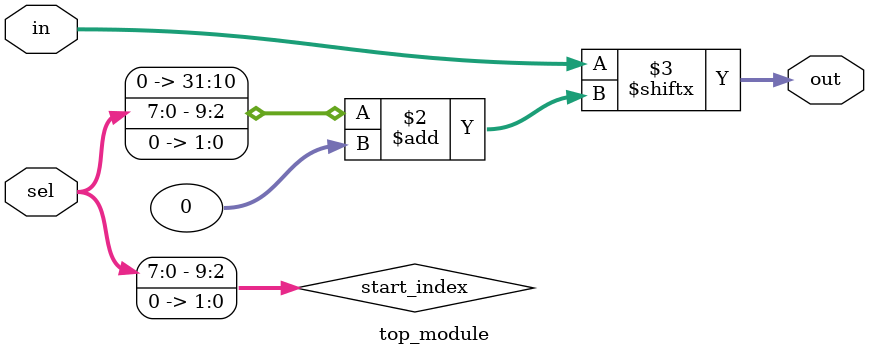
<source format=v>

module top_module (
	input [1023:0] in,
	input [7:0] sel,
	output [3:0] out
);

// Calculate the starting index of the 4-bit block in the input vector
wire [9:0] start_index;
assign start_index = sel << 2; // Each 4-bit block is 2 bits wide in terms of index shift

// Extract the 4-bit block from the input vector starting from the calculated index
assign out = in[start_index +: 4];

endmodule

</source>
